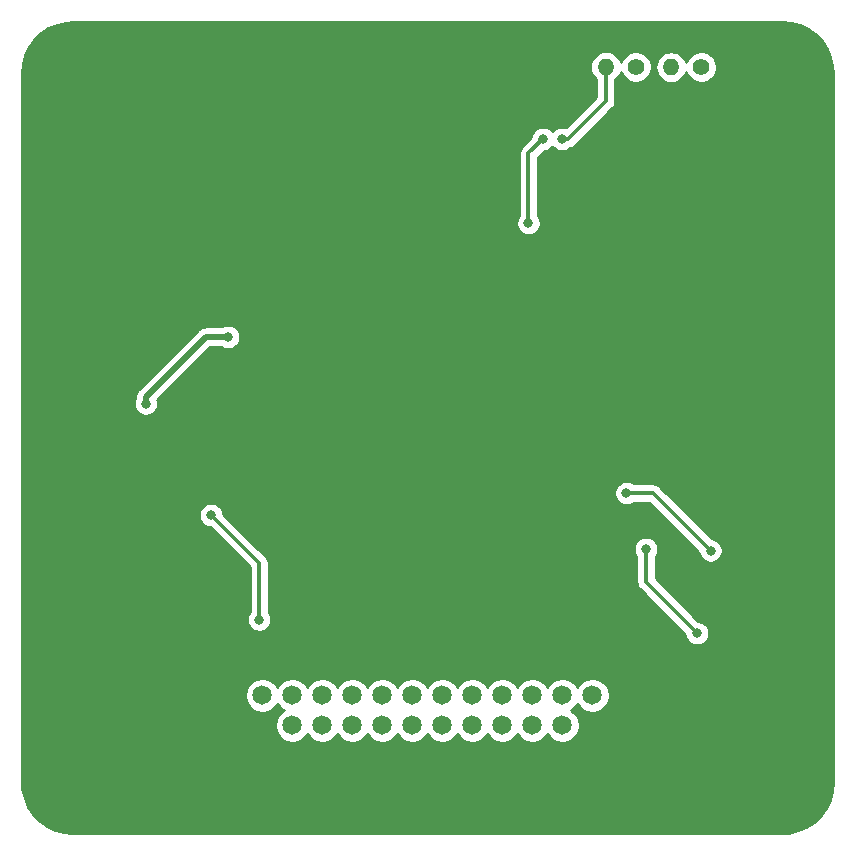
<source format=gbr>
%TF.GenerationSoftware,KiCad,Pcbnew,(5.1.4)-1*%
%TF.CreationDate,2021-10-06T22:06:40+03:00*%
%TF.ProjectId,IRBE_elektro_bar,49524245-5f65-46c6-956b-74726f5f6261,rev?*%
%TF.SameCoordinates,Original*%
%TF.FileFunction,Copper,L2,Bot*%
%TF.FilePolarity,Positive*%
%FSLAX46Y46*%
G04 Gerber Fmt 4.6, Leading zero omitted, Abs format (unit mm)*
G04 Created by KiCad (PCBNEW (5.1.4)-1) date 2021-10-06 22:06:40*
%MOMM*%
%LPD*%
G04 APERTURE LIST*
%TA.AperFunction,ComponentPad*%
%ADD10O,1.400000X1.400000*%
%TD*%
%TA.AperFunction,ComponentPad*%
%ADD11C,1.400000*%
%TD*%
%TA.AperFunction,ComponentPad*%
%ADD12C,1.640000*%
%TD*%
%TA.AperFunction,ViaPad*%
%ADD13C,0.800000*%
%TD*%
%TA.AperFunction,ViaPad*%
%ADD14C,1.800000*%
%TD*%
%TA.AperFunction,Conductor*%
%ADD15C,0.350000*%
%TD*%
%TA.AperFunction,Conductor*%
%ADD16C,0.500000*%
%TD*%
%TA.AperFunction,Conductor*%
%ADD17C,0.254000*%
%TD*%
G04 APERTURE END LIST*
D10*
%TO.P,BT2,2*%
%TO.N,Net-(BT2-Pad2)*%
X81008800Y-115939200D03*
D11*
%TO.P,BT2,1*%
%TO.N,Net-(BT1-Pad2)*%
X83548800Y-115939200D03*
%TD*%
D10*
%TO.P,BT1,2*%
%TO.N,Net-(BT1-Pad2)*%
X86546000Y-115964600D03*
D11*
%TO.P,BT1,1*%
%TO.N,Net-(BT1-Pad1)*%
X89086000Y-115964600D03*
%TD*%
D12*
%TO.P,Connector1,1*%
%TO.N,GND*%
X79870600Y-171704800D03*
%TO.P,Connector1,24*%
%TO.N,N/C*%
X79870600Y-169164800D03*
%TO.P,Connector1,2*%
%TO.N,4V*%
X77330600Y-171704800D03*
%TO.P,Connector1,23*%
%TO.N,N/C*%
X77330600Y-169164800D03*
%TO.P,Connector1,3*%
%TO.N,3.3V*%
X74790600Y-171704800D03*
%TO.P,Connector1,22*%
%TO.N,N/C*%
X74790600Y-169164800D03*
%TO.P,Connector1,4*%
X72250600Y-171704800D03*
%TO.P,Connector1,21*%
X72250600Y-169164800D03*
%TO.P,Connector1,5*%
X69710600Y-171704800D03*
%TO.P,Connector1,20*%
X69710600Y-169164800D03*
%TO.P,Connector1,6*%
X67170600Y-171704800D03*
%TO.P,Connector1,19*%
X67170600Y-169164800D03*
%TO.P,Connector1,7*%
X64630600Y-171704800D03*
%TO.P,Connector1,18*%
X64630600Y-169164800D03*
%TO.P,Connector1,8*%
X62090600Y-171704800D03*
%TO.P,Connector1,17*%
X62090600Y-169164800D03*
%TO.P,Connector1,9*%
X59550600Y-171704800D03*
%TO.P,Connector1,16*%
X59550600Y-169164800D03*
%TO.P,Connector1,10*%
X57010600Y-171704800D03*
%TO.P,Connector1,15*%
X57010600Y-169164800D03*
%TO.P,Connector1,11*%
X54470600Y-171704800D03*
%TO.P,Connector1,14*%
X54470600Y-169164800D03*
%TO.P,Connector1,12*%
%TO.N,GND*%
X51930600Y-171704800D03*
%TO.P,Connector1,13*%
%TO.N,N/C*%
X51930600Y-169164800D03*
%TD*%
D13*
%TO.N,Net-(BT2-Pad2)*%
X77275000Y-122035200D03*
D14*
%TO.N,GND*%
X83750000Y-172925000D03*
X85900000Y-172900000D03*
X88150000Y-172875000D03*
X90500000Y-172875000D03*
X92875000Y-172850000D03*
X95025000Y-172825000D03*
X96925000Y-172025000D03*
X85900000Y-177275000D03*
X88025000Y-177225000D03*
X90475000Y-177200000D03*
X92900000Y-177175000D03*
X95050000Y-177100000D03*
X97125000Y-177150000D03*
X85925000Y-179725000D03*
X88075000Y-179750000D03*
X90475000Y-179650000D03*
X92850000Y-179525000D03*
X94975000Y-179500000D03*
X97350000Y-179550000D03*
X32775000Y-164500000D03*
X42775000Y-168550000D03*
X44950000Y-168575000D03*
X47125000Y-168575000D03*
X49050000Y-168500000D03*
X49125000Y-170900000D03*
X47050000Y-171000000D03*
X44950000Y-170975000D03*
X42850000Y-170750000D03*
X46050000Y-172825000D03*
X48200000Y-172775000D03*
X34550000Y-113675000D03*
X37090000Y-113675000D03*
X39630000Y-113675000D03*
X42170000Y-113675000D03*
X44710000Y-113675000D03*
X47250000Y-113675000D03*
X49790000Y-113675000D03*
X52330000Y-113675000D03*
X34550000Y-116215000D03*
X37090000Y-116215000D03*
X39630000Y-116215000D03*
X42170000Y-116215000D03*
X44710000Y-116215000D03*
X47250000Y-116215000D03*
X49790000Y-116215000D03*
X52330000Y-116215000D03*
X34550000Y-118755000D03*
X37090000Y-118755000D03*
X39630000Y-118755000D03*
X42170000Y-118755000D03*
X44710000Y-118755000D03*
X47250000Y-118755000D03*
X49790000Y-118755000D03*
X52330000Y-118755000D03*
X34550000Y-121295000D03*
X37090000Y-121295000D03*
X39630000Y-121295000D03*
X42170000Y-121295000D03*
X44710000Y-121295000D03*
X47250000Y-121295000D03*
X49790000Y-121295000D03*
X52330000Y-121295000D03*
X34550000Y-123835000D03*
X37090000Y-123835000D03*
X39630000Y-123835000D03*
X42170000Y-123835000D03*
X44710000Y-123835000D03*
X47250000Y-123835000D03*
X49790000Y-123835000D03*
X52330000Y-123835000D03*
X34550000Y-126375000D03*
X37090000Y-126375000D03*
X39630000Y-126375000D03*
X42170000Y-126375000D03*
X44710000Y-126375000D03*
X47250000Y-126375000D03*
X49790000Y-126375000D03*
X52330000Y-126375000D03*
X34550000Y-128915000D03*
X37090000Y-128915000D03*
X39630000Y-128915000D03*
X42170000Y-128915000D03*
X44710000Y-128915000D03*
X47250000Y-128915000D03*
X49790000Y-128915000D03*
X52330000Y-128915000D03*
X34550000Y-131455000D03*
X37090000Y-131455000D03*
X39630000Y-131455000D03*
X42170000Y-131455000D03*
X44710000Y-131455000D03*
X47250000Y-131455000D03*
X49790000Y-131455000D03*
X52330000Y-131455000D03*
X95225000Y-114500000D03*
X97765000Y-114500000D03*
X95225000Y-117040000D03*
X97765000Y-117040000D03*
X95225000Y-119580000D03*
X97765000Y-119580000D03*
X95225000Y-122120000D03*
X97765000Y-122120000D03*
X95225000Y-124660000D03*
X97765000Y-124660000D03*
X95225000Y-127200000D03*
X97765000Y-127200000D03*
X95225000Y-129740000D03*
X97765000Y-129740000D03*
X95225000Y-132280000D03*
X97765000Y-132280000D03*
X95225000Y-134820000D03*
X97765000Y-134820000D03*
X95225000Y-137360000D03*
X97765000Y-137360000D03*
X63475000Y-115450000D03*
X65950000Y-115400000D03*
X68350000Y-115425000D03*
X70700000Y-115400000D03*
X72900000Y-115400000D03*
X75225000Y-115450000D03*
X77825000Y-115500000D03*
X77200000Y-118250000D03*
X75100000Y-118350000D03*
X72725000Y-118375000D03*
X70575000Y-118225000D03*
X68200000Y-118025000D03*
X65850000Y-117975000D03*
X63650000Y-117975000D03*
X61525000Y-116775000D03*
X59850000Y-118400000D03*
X56275000Y-140675000D03*
X58815000Y-140675000D03*
X61355000Y-140675000D03*
X63895000Y-140675000D03*
X66435000Y-140675000D03*
X56275000Y-143215000D03*
X58815000Y-143215000D03*
X61355000Y-143215000D03*
X63895000Y-143215000D03*
X66435000Y-143215000D03*
X56275000Y-145755000D03*
X58815000Y-145755000D03*
X61355000Y-145755000D03*
X63895000Y-145755000D03*
X66435000Y-145755000D03*
X56275000Y-148295000D03*
X58815000Y-148295000D03*
X61355000Y-148295000D03*
X63895000Y-148295000D03*
X66435000Y-148295000D03*
X79600000Y-145375000D03*
X82140000Y-145375000D03*
X84680000Y-145375000D03*
X79600000Y-147915000D03*
X82140000Y-147915000D03*
X84680000Y-147915000D03*
X35325000Y-177025000D03*
X37865000Y-177025000D03*
X40405000Y-177025000D03*
X42945000Y-177025000D03*
X45485000Y-177025000D03*
X48025000Y-177025000D03*
X50565000Y-177025000D03*
X53105000Y-177025000D03*
X55645000Y-177025000D03*
X58185000Y-177025000D03*
X60725000Y-177025000D03*
X63265000Y-177025000D03*
X65805000Y-177025000D03*
X68345000Y-177025000D03*
X70885000Y-177025000D03*
X73425000Y-177025000D03*
X75965000Y-177025000D03*
X78505000Y-177025000D03*
X81045000Y-177025000D03*
X83585000Y-177025000D03*
X35325000Y-179565000D03*
X37865000Y-179565000D03*
X40405000Y-179565000D03*
X42945000Y-179565000D03*
X45485000Y-179565000D03*
X48025000Y-179565000D03*
X50565000Y-179565000D03*
X53105000Y-179565000D03*
X55645000Y-179565000D03*
X58185000Y-179565000D03*
X60725000Y-179565000D03*
X63265000Y-179565000D03*
X65805000Y-179565000D03*
X68345000Y-179565000D03*
X70885000Y-179565000D03*
X73425000Y-179565000D03*
X75965000Y-179565000D03*
X78505000Y-179565000D03*
X81045000Y-179565000D03*
X83585000Y-179565000D03*
X35275000Y-164500000D03*
X37775000Y-164500000D03*
X32775000Y-167040000D03*
X35275000Y-167040000D03*
X37775000Y-167040000D03*
X32775000Y-169580000D03*
X35275000Y-169580000D03*
X37775000Y-169580000D03*
X32775000Y-172120000D03*
X35275000Y-172120000D03*
X37775000Y-172120000D03*
X32775000Y-174660000D03*
X35275000Y-174660000D03*
X37775000Y-174660000D03*
X33000000Y-176875000D03*
X34475000Y-133825000D03*
X34500000Y-136175000D03*
X36925000Y-136125000D03*
X36925000Y-133875000D03*
X39650000Y-134075000D03*
X39700000Y-136125000D03*
X42150000Y-134400000D03*
X42150000Y-136450000D03*
X44750000Y-134500000D03*
X44700000Y-136750000D03*
X47175000Y-133725000D03*
X72725000Y-120925000D03*
X95200000Y-140450000D03*
X97850000Y-140400000D03*
X83850000Y-170575000D03*
X83925000Y-168075000D03*
X83925000Y-165750000D03*
X83900000Y-163575000D03*
X86025000Y-163775000D03*
X86200000Y-166150000D03*
X86350000Y-168400000D03*
X86250000Y-170625000D03*
X81375000Y-163600000D03*
X79275000Y-163725000D03*
X77325000Y-163750000D03*
X75250000Y-164075000D03*
X75525000Y-166150000D03*
X77675000Y-166325000D03*
X79875000Y-166300000D03*
X81850000Y-165525000D03*
X81875000Y-167525000D03*
D13*
%TO.N,VSS*%
X42050000Y-144450000D03*
X49027800Y-138808400D03*
%TO.N,Net-(Q4-Pad1)*%
X47580000Y-153896000D03*
X51644000Y-162750000D03*
%TO.N,Net-(Q6-Pad1)*%
X89875000Y-156900000D03*
X82750000Y-152025000D03*
%TO.N,Net-(C4-Pad2)*%
X75700200Y-122035200D03*
X74455600Y-129172600D03*
%TO.N,Net-(Rpgood1-Pad2)*%
X88725000Y-163900000D03*
X84400000Y-156750000D03*
%TD*%
D15*
%TO.N,Net-(BT2-Pad2)*%
X81008800Y-116929149D02*
X81008800Y-115939200D01*
X81008800Y-118867085D02*
X81008800Y-116929149D01*
X77840685Y-122035200D02*
X81008800Y-118867085D01*
X77275000Y-122035200D02*
X77840685Y-122035200D01*
D16*
%TO.N,VSS*%
X48462115Y-138808400D02*
X49027800Y-138808400D01*
X47125915Y-138808400D02*
X48462115Y-138808400D01*
X42050000Y-143884315D02*
X47125915Y-138808400D01*
X42050000Y-144450000D02*
X42050000Y-143884315D01*
D15*
%TO.N,Net-(Q4-Pad1)*%
X51644000Y-157960000D02*
X47580000Y-153896000D01*
X51644000Y-162750000D02*
X51644000Y-157960000D01*
%TO.N,Net-(Q6-Pad1)*%
X85050000Y-152075000D02*
X89875000Y-156900000D01*
X85000000Y-152025000D02*
X85050000Y-152075000D01*
X82750000Y-152025000D02*
X85000000Y-152025000D01*
%TO.N,Net-(C4-Pad2)*%
X74455600Y-123279800D02*
X75700200Y-122035200D01*
X74455600Y-129172600D02*
X74455600Y-123279800D01*
%TO.N,Net-(Rpgood1-Pad2)*%
X84400000Y-159575000D02*
X88725000Y-163900000D01*
X84400000Y-156750000D02*
X84400000Y-159575000D01*
%TD*%
D17*
%TO.N,GND*%
G36*
X96668683Y-112213973D02*
G01*
X97412491Y-112417456D01*
X98108505Y-112749438D01*
X98734730Y-113199426D01*
X99271377Y-113753203D01*
X99701471Y-114393251D01*
X100011429Y-115099353D01*
X100192665Y-115854257D01*
X100240600Y-116507007D01*
X100240601Y-176453397D01*
X100169427Y-177250883D01*
X99965944Y-177994690D01*
X99633963Y-178690704D01*
X99183974Y-179316930D01*
X98630197Y-179853577D01*
X97990149Y-180283671D01*
X97284047Y-180593629D01*
X96529143Y-180774865D01*
X95876393Y-180822800D01*
X44427838Y-180822800D01*
X35756997Y-180807361D01*
X35132517Y-180751627D01*
X34388710Y-180548144D01*
X33692696Y-180216163D01*
X33066470Y-179766174D01*
X32529823Y-179212397D01*
X32099729Y-178572349D01*
X31789771Y-177866247D01*
X31608535Y-177111343D01*
X31560600Y-176458593D01*
X31560600Y-169021495D01*
X50475600Y-169021495D01*
X50475600Y-169308105D01*
X50531515Y-169589208D01*
X50641196Y-169854001D01*
X50800428Y-170092308D01*
X51003092Y-170294972D01*
X51241399Y-170454204D01*
X51506192Y-170563885D01*
X51787295Y-170619800D01*
X52073905Y-170619800D01*
X52355008Y-170563885D01*
X52619801Y-170454204D01*
X52858108Y-170294972D01*
X53060772Y-170092308D01*
X53200600Y-169883041D01*
X53340428Y-170092308D01*
X53543092Y-170294972D01*
X53752359Y-170434800D01*
X53543092Y-170574628D01*
X53340428Y-170777292D01*
X53181196Y-171015599D01*
X53071515Y-171280392D01*
X53015600Y-171561495D01*
X53015600Y-171848105D01*
X53071515Y-172129208D01*
X53181196Y-172394001D01*
X53340428Y-172632308D01*
X53543092Y-172834972D01*
X53781399Y-172994204D01*
X54046192Y-173103885D01*
X54327295Y-173159800D01*
X54613905Y-173159800D01*
X54895008Y-173103885D01*
X55159801Y-172994204D01*
X55398108Y-172834972D01*
X55600772Y-172632308D01*
X55740600Y-172423041D01*
X55880428Y-172632308D01*
X56083092Y-172834972D01*
X56321399Y-172994204D01*
X56586192Y-173103885D01*
X56867295Y-173159800D01*
X57153905Y-173159800D01*
X57435008Y-173103885D01*
X57699801Y-172994204D01*
X57938108Y-172834972D01*
X58140772Y-172632308D01*
X58280600Y-172423041D01*
X58420428Y-172632308D01*
X58623092Y-172834972D01*
X58861399Y-172994204D01*
X59126192Y-173103885D01*
X59407295Y-173159800D01*
X59693905Y-173159800D01*
X59975008Y-173103885D01*
X60239801Y-172994204D01*
X60478108Y-172834972D01*
X60680772Y-172632308D01*
X60820600Y-172423041D01*
X60960428Y-172632308D01*
X61163092Y-172834972D01*
X61401399Y-172994204D01*
X61666192Y-173103885D01*
X61947295Y-173159800D01*
X62233905Y-173159800D01*
X62515008Y-173103885D01*
X62779801Y-172994204D01*
X63018108Y-172834972D01*
X63220772Y-172632308D01*
X63360600Y-172423041D01*
X63500428Y-172632308D01*
X63703092Y-172834972D01*
X63941399Y-172994204D01*
X64206192Y-173103885D01*
X64487295Y-173159800D01*
X64773905Y-173159800D01*
X65055008Y-173103885D01*
X65319801Y-172994204D01*
X65558108Y-172834972D01*
X65760772Y-172632308D01*
X65900600Y-172423041D01*
X66040428Y-172632308D01*
X66243092Y-172834972D01*
X66481399Y-172994204D01*
X66746192Y-173103885D01*
X67027295Y-173159800D01*
X67313905Y-173159800D01*
X67595008Y-173103885D01*
X67859801Y-172994204D01*
X68098108Y-172834972D01*
X68300772Y-172632308D01*
X68440600Y-172423041D01*
X68580428Y-172632308D01*
X68783092Y-172834972D01*
X69021399Y-172994204D01*
X69286192Y-173103885D01*
X69567295Y-173159800D01*
X69853905Y-173159800D01*
X70135008Y-173103885D01*
X70399801Y-172994204D01*
X70638108Y-172834972D01*
X70840772Y-172632308D01*
X70980600Y-172423041D01*
X71120428Y-172632308D01*
X71323092Y-172834972D01*
X71561399Y-172994204D01*
X71826192Y-173103885D01*
X72107295Y-173159800D01*
X72393905Y-173159800D01*
X72675008Y-173103885D01*
X72939801Y-172994204D01*
X73178108Y-172834972D01*
X73380772Y-172632308D01*
X73520600Y-172423041D01*
X73660428Y-172632308D01*
X73863092Y-172834972D01*
X74101399Y-172994204D01*
X74366192Y-173103885D01*
X74647295Y-173159800D01*
X74933905Y-173159800D01*
X75215008Y-173103885D01*
X75479801Y-172994204D01*
X75718108Y-172834972D01*
X75920772Y-172632308D01*
X76060600Y-172423041D01*
X76200428Y-172632308D01*
X76403092Y-172834972D01*
X76641399Y-172994204D01*
X76906192Y-173103885D01*
X77187295Y-173159800D01*
X77473905Y-173159800D01*
X77755008Y-173103885D01*
X78019801Y-172994204D01*
X78258108Y-172834972D01*
X78460772Y-172632308D01*
X78620004Y-172394001D01*
X78729685Y-172129208D01*
X78785600Y-171848105D01*
X78785600Y-171561495D01*
X78729685Y-171280392D01*
X78620004Y-171015599D01*
X78460772Y-170777292D01*
X78258108Y-170574628D01*
X78048841Y-170434800D01*
X78258108Y-170294972D01*
X78460772Y-170092308D01*
X78600600Y-169883041D01*
X78740428Y-170092308D01*
X78943092Y-170294972D01*
X79181399Y-170454204D01*
X79446192Y-170563885D01*
X79727295Y-170619800D01*
X80013905Y-170619800D01*
X80295008Y-170563885D01*
X80559801Y-170454204D01*
X80798108Y-170294972D01*
X81000772Y-170092308D01*
X81160004Y-169854001D01*
X81269685Y-169589208D01*
X81325600Y-169308105D01*
X81325600Y-169021495D01*
X81269685Y-168740392D01*
X81160004Y-168475599D01*
X81000772Y-168237292D01*
X80798108Y-168034628D01*
X80559801Y-167875396D01*
X80295008Y-167765715D01*
X80013905Y-167709800D01*
X79727295Y-167709800D01*
X79446192Y-167765715D01*
X79181399Y-167875396D01*
X78943092Y-168034628D01*
X78740428Y-168237292D01*
X78600600Y-168446559D01*
X78460772Y-168237292D01*
X78258108Y-168034628D01*
X78019801Y-167875396D01*
X77755008Y-167765715D01*
X77473905Y-167709800D01*
X77187295Y-167709800D01*
X76906192Y-167765715D01*
X76641399Y-167875396D01*
X76403092Y-168034628D01*
X76200428Y-168237292D01*
X76060600Y-168446559D01*
X75920772Y-168237292D01*
X75718108Y-168034628D01*
X75479801Y-167875396D01*
X75215008Y-167765715D01*
X74933905Y-167709800D01*
X74647295Y-167709800D01*
X74366192Y-167765715D01*
X74101399Y-167875396D01*
X73863092Y-168034628D01*
X73660428Y-168237292D01*
X73520600Y-168446559D01*
X73380772Y-168237292D01*
X73178108Y-168034628D01*
X72939801Y-167875396D01*
X72675008Y-167765715D01*
X72393905Y-167709800D01*
X72107295Y-167709800D01*
X71826192Y-167765715D01*
X71561399Y-167875396D01*
X71323092Y-168034628D01*
X71120428Y-168237292D01*
X70980600Y-168446559D01*
X70840772Y-168237292D01*
X70638108Y-168034628D01*
X70399801Y-167875396D01*
X70135008Y-167765715D01*
X69853905Y-167709800D01*
X69567295Y-167709800D01*
X69286192Y-167765715D01*
X69021399Y-167875396D01*
X68783092Y-168034628D01*
X68580428Y-168237292D01*
X68440600Y-168446559D01*
X68300772Y-168237292D01*
X68098108Y-168034628D01*
X67859801Y-167875396D01*
X67595008Y-167765715D01*
X67313905Y-167709800D01*
X67027295Y-167709800D01*
X66746192Y-167765715D01*
X66481399Y-167875396D01*
X66243092Y-168034628D01*
X66040428Y-168237292D01*
X65900600Y-168446559D01*
X65760772Y-168237292D01*
X65558108Y-168034628D01*
X65319801Y-167875396D01*
X65055008Y-167765715D01*
X64773905Y-167709800D01*
X64487295Y-167709800D01*
X64206192Y-167765715D01*
X63941399Y-167875396D01*
X63703092Y-168034628D01*
X63500428Y-168237292D01*
X63360600Y-168446559D01*
X63220772Y-168237292D01*
X63018108Y-168034628D01*
X62779801Y-167875396D01*
X62515008Y-167765715D01*
X62233905Y-167709800D01*
X61947295Y-167709800D01*
X61666192Y-167765715D01*
X61401399Y-167875396D01*
X61163092Y-168034628D01*
X60960428Y-168237292D01*
X60820600Y-168446559D01*
X60680772Y-168237292D01*
X60478108Y-168034628D01*
X60239801Y-167875396D01*
X59975008Y-167765715D01*
X59693905Y-167709800D01*
X59407295Y-167709800D01*
X59126192Y-167765715D01*
X58861399Y-167875396D01*
X58623092Y-168034628D01*
X58420428Y-168237292D01*
X58280600Y-168446559D01*
X58140772Y-168237292D01*
X57938108Y-168034628D01*
X57699801Y-167875396D01*
X57435008Y-167765715D01*
X57153905Y-167709800D01*
X56867295Y-167709800D01*
X56586192Y-167765715D01*
X56321399Y-167875396D01*
X56083092Y-168034628D01*
X55880428Y-168237292D01*
X55740600Y-168446559D01*
X55600772Y-168237292D01*
X55398108Y-168034628D01*
X55159801Y-167875396D01*
X54895008Y-167765715D01*
X54613905Y-167709800D01*
X54327295Y-167709800D01*
X54046192Y-167765715D01*
X53781399Y-167875396D01*
X53543092Y-168034628D01*
X53340428Y-168237292D01*
X53200600Y-168446559D01*
X53060772Y-168237292D01*
X52858108Y-168034628D01*
X52619801Y-167875396D01*
X52355008Y-167765715D01*
X52073905Y-167709800D01*
X51787295Y-167709800D01*
X51506192Y-167765715D01*
X51241399Y-167875396D01*
X51003092Y-168034628D01*
X50800428Y-168237292D01*
X50641196Y-168475599D01*
X50531515Y-168740392D01*
X50475600Y-169021495D01*
X31560600Y-169021495D01*
X31560600Y-153794061D01*
X46545000Y-153794061D01*
X46545000Y-153997939D01*
X46584774Y-154197898D01*
X46662795Y-154386256D01*
X46776063Y-154555774D01*
X46920226Y-154699937D01*
X47089744Y-154813205D01*
X47278102Y-154891226D01*
X47467359Y-154928871D01*
X50834001Y-158295514D01*
X50834000Y-162099300D01*
X50726795Y-162259744D01*
X50648774Y-162448102D01*
X50609000Y-162648061D01*
X50609000Y-162851939D01*
X50648774Y-163051898D01*
X50726795Y-163240256D01*
X50840063Y-163409774D01*
X50984226Y-163553937D01*
X51153744Y-163667205D01*
X51342102Y-163745226D01*
X51542061Y-163785000D01*
X51745939Y-163785000D01*
X51945898Y-163745226D01*
X52134256Y-163667205D01*
X52303774Y-163553937D01*
X52447937Y-163409774D01*
X52561205Y-163240256D01*
X52639226Y-163051898D01*
X52679000Y-162851939D01*
X52679000Y-162648061D01*
X52639226Y-162448102D01*
X52561205Y-162259744D01*
X52454000Y-162099300D01*
X52454000Y-157999788D01*
X52457919Y-157960000D01*
X52451539Y-157895226D01*
X52442280Y-157801212D01*
X52395963Y-157648527D01*
X52360951Y-157583024D01*
X52320749Y-157507810D01*
X52244893Y-157415380D01*
X52219528Y-157384472D01*
X52188618Y-157359105D01*
X51477574Y-156648061D01*
X83365000Y-156648061D01*
X83365000Y-156851939D01*
X83404774Y-157051898D01*
X83482795Y-157240256D01*
X83590000Y-157400700D01*
X83590001Y-159535202D01*
X83586081Y-159575000D01*
X83601721Y-159733787D01*
X83648038Y-159886473D01*
X83723251Y-160027189D01*
X83778852Y-160094939D01*
X83824473Y-160150528D01*
X83855383Y-160175895D01*
X87692129Y-164012642D01*
X87729774Y-164201898D01*
X87807795Y-164390256D01*
X87921063Y-164559774D01*
X88065226Y-164703937D01*
X88234744Y-164817205D01*
X88423102Y-164895226D01*
X88623061Y-164935000D01*
X88826939Y-164935000D01*
X89026898Y-164895226D01*
X89215256Y-164817205D01*
X89384774Y-164703937D01*
X89528937Y-164559774D01*
X89642205Y-164390256D01*
X89720226Y-164201898D01*
X89760000Y-164001939D01*
X89760000Y-163798061D01*
X89720226Y-163598102D01*
X89642205Y-163409744D01*
X89528937Y-163240226D01*
X89384774Y-163096063D01*
X89215256Y-162982795D01*
X89026898Y-162904774D01*
X88837642Y-162867129D01*
X85210000Y-159239488D01*
X85210000Y-157400700D01*
X85317205Y-157240256D01*
X85395226Y-157051898D01*
X85435000Y-156851939D01*
X85435000Y-156648061D01*
X85395226Y-156448102D01*
X85317205Y-156259744D01*
X85203937Y-156090226D01*
X85059774Y-155946063D01*
X84890256Y-155832795D01*
X84701898Y-155754774D01*
X84501939Y-155715000D01*
X84298061Y-155715000D01*
X84098102Y-155754774D01*
X83909744Y-155832795D01*
X83740226Y-155946063D01*
X83596063Y-156090226D01*
X83482795Y-156259744D01*
X83404774Y-156448102D01*
X83365000Y-156648061D01*
X51477574Y-156648061D01*
X48612871Y-153783359D01*
X48575226Y-153594102D01*
X48497205Y-153405744D01*
X48383937Y-153236226D01*
X48239774Y-153092063D01*
X48070256Y-152978795D01*
X47881898Y-152900774D01*
X47681939Y-152861000D01*
X47478061Y-152861000D01*
X47278102Y-152900774D01*
X47089744Y-152978795D01*
X46920226Y-153092063D01*
X46776063Y-153236226D01*
X46662795Y-153405744D01*
X46584774Y-153594102D01*
X46545000Y-153794061D01*
X31560600Y-153794061D01*
X31560600Y-151923061D01*
X81715000Y-151923061D01*
X81715000Y-152126939D01*
X81754774Y-152326898D01*
X81832795Y-152515256D01*
X81946063Y-152684774D01*
X82090226Y-152828937D01*
X82259744Y-152942205D01*
X82448102Y-153020226D01*
X82648061Y-153060000D01*
X82851939Y-153060000D01*
X83051898Y-153020226D01*
X83240256Y-152942205D01*
X83400700Y-152835000D01*
X84664488Y-152835000D01*
X88842129Y-157012642D01*
X88879774Y-157201898D01*
X88957795Y-157390256D01*
X89071063Y-157559774D01*
X89215226Y-157703937D01*
X89384744Y-157817205D01*
X89573102Y-157895226D01*
X89773061Y-157935000D01*
X89976939Y-157935000D01*
X90176898Y-157895226D01*
X90365256Y-157817205D01*
X90534774Y-157703937D01*
X90678937Y-157559774D01*
X90792205Y-157390256D01*
X90870226Y-157201898D01*
X90910000Y-157001939D01*
X90910000Y-156798061D01*
X90870226Y-156598102D01*
X90792205Y-156409744D01*
X90678937Y-156240226D01*
X90534774Y-156096063D01*
X90365256Y-155982795D01*
X90176898Y-155904774D01*
X89987642Y-155867129D01*
X85600900Y-151480388D01*
X85575528Y-151449472D01*
X85452189Y-151348251D01*
X85311473Y-151273037D01*
X85158788Y-151226720D01*
X85039791Y-151215000D01*
X85039788Y-151215000D01*
X85000000Y-151211081D01*
X84960212Y-151215000D01*
X83400700Y-151215000D01*
X83240256Y-151107795D01*
X83051898Y-151029774D01*
X82851939Y-150990000D01*
X82648061Y-150990000D01*
X82448102Y-151029774D01*
X82259744Y-151107795D01*
X82090226Y-151221063D01*
X81946063Y-151365226D01*
X81832795Y-151534744D01*
X81754774Y-151723102D01*
X81715000Y-151923061D01*
X31560600Y-151923061D01*
X31560600Y-144348061D01*
X41015000Y-144348061D01*
X41015000Y-144551939D01*
X41054774Y-144751898D01*
X41132795Y-144940256D01*
X41246063Y-145109774D01*
X41390226Y-145253937D01*
X41559744Y-145367205D01*
X41748102Y-145445226D01*
X41948061Y-145485000D01*
X42151939Y-145485000D01*
X42351898Y-145445226D01*
X42540256Y-145367205D01*
X42709774Y-145253937D01*
X42853937Y-145109774D01*
X42967205Y-144940256D01*
X43045226Y-144751898D01*
X43085000Y-144551939D01*
X43085000Y-144348061D01*
X43045226Y-144148102D01*
X43043048Y-144142845D01*
X47492494Y-139693400D01*
X48489346Y-139693400D01*
X48537544Y-139725605D01*
X48725902Y-139803626D01*
X48925861Y-139843400D01*
X49129739Y-139843400D01*
X49329698Y-139803626D01*
X49518056Y-139725605D01*
X49687574Y-139612337D01*
X49831737Y-139468174D01*
X49945005Y-139298656D01*
X50023026Y-139110298D01*
X50062800Y-138910339D01*
X50062800Y-138706461D01*
X50023026Y-138506502D01*
X49945005Y-138318144D01*
X49831737Y-138148626D01*
X49687574Y-138004463D01*
X49518056Y-137891195D01*
X49329698Y-137813174D01*
X49129739Y-137773400D01*
X48925861Y-137773400D01*
X48725902Y-137813174D01*
X48537544Y-137891195D01*
X48489346Y-137923400D01*
X47169384Y-137923400D01*
X47125915Y-137919119D01*
X47082446Y-137923400D01*
X47082438Y-137923400D01*
X46952425Y-137936205D01*
X46785602Y-137986811D01*
X46631856Y-138068989D01*
X46530868Y-138151868D01*
X46530866Y-138151870D01*
X46497098Y-138179583D01*
X46469385Y-138213351D01*
X41454952Y-143227785D01*
X41421184Y-143255498D01*
X41393471Y-143289266D01*
X41393468Y-143289269D01*
X41310590Y-143390256D01*
X41228411Y-143544002D01*
X41177805Y-143710825D01*
X41165000Y-143840838D01*
X41165000Y-143840846D01*
X41160719Y-143884315D01*
X41163606Y-143913632D01*
X41132795Y-143959744D01*
X41054774Y-144148102D01*
X41015000Y-144348061D01*
X31560600Y-144348061D01*
X31560600Y-129070661D01*
X73420600Y-129070661D01*
X73420600Y-129274539D01*
X73460374Y-129474498D01*
X73538395Y-129662856D01*
X73651663Y-129832374D01*
X73795826Y-129976537D01*
X73965344Y-130089805D01*
X74153702Y-130167826D01*
X74353661Y-130207600D01*
X74557539Y-130207600D01*
X74757498Y-130167826D01*
X74945856Y-130089805D01*
X75115374Y-129976537D01*
X75259537Y-129832374D01*
X75372805Y-129662856D01*
X75450826Y-129474498D01*
X75490600Y-129274539D01*
X75490600Y-129070661D01*
X75450826Y-128870702D01*
X75372805Y-128682344D01*
X75265600Y-128521900D01*
X75265600Y-123615312D01*
X75812841Y-123068071D01*
X76002098Y-123030426D01*
X76190456Y-122952405D01*
X76359974Y-122839137D01*
X76487600Y-122711511D01*
X76615226Y-122839137D01*
X76784744Y-122952405D01*
X76973102Y-123030426D01*
X77173061Y-123070200D01*
X77376939Y-123070200D01*
X77576898Y-123030426D01*
X77765256Y-122952405D01*
X77933519Y-122839976D01*
X77999473Y-122833480D01*
X78152158Y-122787163D01*
X78292874Y-122711949D01*
X78416213Y-122610728D01*
X78441585Y-122579812D01*
X81553419Y-119467979D01*
X81584328Y-119442613D01*
X81639919Y-119374875D01*
X81685549Y-119319275D01*
X81760762Y-119178559D01*
X81760763Y-119178558D01*
X81807080Y-119025873D01*
X81818800Y-118906876D01*
X81818800Y-118906874D01*
X81822719Y-118867086D01*
X81818800Y-118827298D01*
X81818800Y-117001464D01*
X81957355Y-116887755D01*
X82124182Y-116684475D01*
X82248147Y-116452554D01*
X82277020Y-116357372D01*
X82365739Y-116571559D01*
X82511838Y-116790213D01*
X82697787Y-116976162D01*
X82916441Y-117122261D01*
X83159395Y-117222896D01*
X83417314Y-117274200D01*
X83680286Y-117274200D01*
X83938205Y-117222896D01*
X84181159Y-117122261D01*
X84399813Y-116976162D01*
X84585762Y-116790213D01*
X84731861Y-116571559D01*
X84832496Y-116328605D01*
X84883800Y-116070686D01*
X84883800Y-115964600D01*
X85204541Y-115964600D01*
X85230317Y-116226306D01*
X85306653Y-116477954D01*
X85430618Y-116709875D01*
X85597445Y-116913155D01*
X85800725Y-117079982D01*
X86032646Y-117203947D01*
X86284294Y-117280283D01*
X86480421Y-117299600D01*
X86611579Y-117299600D01*
X86807706Y-117280283D01*
X87059354Y-117203947D01*
X87291275Y-117079982D01*
X87494555Y-116913155D01*
X87661382Y-116709875D01*
X87785347Y-116477954D01*
X87814220Y-116382772D01*
X87902939Y-116596959D01*
X88049038Y-116815613D01*
X88234987Y-117001562D01*
X88453641Y-117147661D01*
X88696595Y-117248296D01*
X88954514Y-117299600D01*
X89217486Y-117299600D01*
X89475405Y-117248296D01*
X89718359Y-117147661D01*
X89937013Y-117001562D01*
X90122962Y-116815613D01*
X90269061Y-116596959D01*
X90369696Y-116354005D01*
X90421000Y-116096086D01*
X90421000Y-115833114D01*
X90369696Y-115575195D01*
X90269061Y-115332241D01*
X90122962Y-115113587D01*
X89937013Y-114927638D01*
X89718359Y-114781539D01*
X89475405Y-114680904D01*
X89217486Y-114629600D01*
X88954514Y-114629600D01*
X88696595Y-114680904D01*
X88453641Y-114781539D01*
X88234987Y-114927638D01*
X88049038Y-115113587D01*
X87902939Y-115332241D01*
X87814220Y-115546428D01*
X87785347Y-115451246D01*
X87661382Y-115219325D01*
X87494555Y-115016045D01*
X87291275Y-114849218D01*
X87059354Y-114725253D01*
X86807706Y-114648917D01*
X86611579Y-114629600D01*
X86480421Y-114629600D01*
X86284294Y-114648917D01*
X86032646Y-114725253D01*
X85800725Y-114849218D01*
X85597445Y-115016045D01*
X85430618Y-115219325D01*
X85306653Y-115451246D01*
X85230317Y-115702894D01*
X85204541Y-115964600D01*
X84883800Y-115964600D01*
X84883800Y-115807714D01*
X84832496Y-115549795D01*
X84731861Y-115306841D01*
X84585762Y-115088187D01*
X84399813Y-114902238D01*
X84181159Y-114756139D01*
X83938205Y-114655504D01*
X83680286Y-114604200D01*
X83417314Y-114604200D01*
X83159395Y-114655504D01*
X82916441Y-114756139D01*
X82697787Y-114902238D01*
X82511838Y-115088187D01*
X82365739Y-115306841D01*
X82277020Y-115521028D01*
X82248147Y-115425846D01*
X82124182Y-115193925D01*
X81957355Y-114990645D01*
X81754075Y-114823818D01*
X81522154Y-114699853D01*
X81270506Y-114623517D01*
X81074379Y-114604200D01*
X80943221Y-114604200D01*
X80747094Y-114623517D01*
X80495446Y-114699853D01*
X80263525Y-114823818D01*
X80060245Y-114990645D01*
X79893418Y-115193925D01*
X79769453Y-115425846D01*
X79693117Y-115677494D01*
X79667341Y-115939200D01*
X79693117Y-116200906D01*
X79769453Y-116452554D01*
X79893418Y-116684475D01*
X80060245Y-116887755D01*
X80198801Y-117001465D01*
X80198800Y-118531572D01*
X77657155Y-121073218D01*
X77576898Y-121039974D01*
X77376939Y-121000200D01*
X77173061Y-121000200D01*
X76973102Y-121039974D01*
X76784744Y-121117995D01*
X76615226Y-121231263D01*
X76487600Y-121358889D01*
X76359974Y-121231263D01*
X76190456Y-121117995D01*
X76002098Y-121039974D01*
X75802139Y-121000200D01*
X75598261Y-121000200D01*
X75398302Y-121039974D01*
X75209944Y-121117995D01*
X75040426Y-121231263D01*
X74896263Y-121375426D01*
X74782995Y-121544944D01*
X74704974Y-121733302D01*
X74667329Y-121922559D01*
X73910983Y-122678905D01*
X73880073Y-122704272D01*
X73854708Y-122735180D01*
X73778851Y-122827611D01*
X73703638Y-122968327D01*
X73657321Y-123121013D01*
X73641681Y-123279800D01*
X73645601Y-123319598D01*
X73645600Y-128521900D01*
X73538395Y-128682344D01*
X73460374Y-128870702D01*
X73420600Y-129070661D01*
X31560600Y-129070661D01*
X31560600Y-116512192D01*
X31631773Y-115714717D01*
X31835256Y-114970909D01*
X32167238Y-114274895D01*
X32617226Y-113648670D01*
X33171003Y-113112023D01*
X33811051Y-112681929D01*
X34517153Y-112371971D01*
X35272057Y-112190735D01*
X35924807Y-112142800D01*
X95871208Y-112142800D01*
X96668683Y-112213973D01*
X96668683Y-112213973D01*
G37*
X96668683Y-112213973D02*
X97412491Y-112417456D01*
X98108505Y-112749438D01*
X98734730Y-113199426D01*
X99271377Y-113753203D01*
X99701471Y-114393251D01*
X100011429Y-115099353D01*
X100192665Y-115854257D01*
X100240600Y-116507007D01*
X100240601Y-176453397D01*
X100169427Y-177250883D01*
X99965944Y-177994690D01*
X99633963Y-178690704D01*
X99183974Y-179316930D01*
X98630197Y-179853577D01*
X97990149Y-180283671D01*
X97284047Y-180593629D01*
X96529143Y-180774865D01*
X95876393Y-180822800D01*
X44427838Y-180822800D01*
X35756997Y-180807361D01*
X35132517Y-180751627D01*
X34388710Y-180548144D01*
X33692696Y-180216163D01*
X33066470Y-179766174D01*
X32529823Y-179212397D01*
X32099729Y-178572349D01*
X31789771Y-177866247D01*
X31608535Y-177111343D01*
X31560600Y-176458593D01*
X31560600Y-169021495D01*
X50475600Y-169021495D01*
X50475600Y-169308105D01*
X50531515Y-169589208D01*
X50641196Y-169854001D01*
X50800428Y-170092308D01*
X51003092Y-170294972D01*
X51241399Y-170454204D01*
X51506192Y-170563885D01*
X51787295Y-170619800D01*
X52073905Y-170619800D01*
X52355008Y-170563885D01*
X52619801Y-170454204D01*
X52858108Y-170294972D01*
X53060772Y-170092308D01*
X53200600Y-169883041D01*
X53340428Y-170092308D01*
X53543092Y-170294972D01*
X53752359Y-170434800D01*
X53543092Y-170574628D01*
X53340428Y-170777292D01*
X53181196Y-171015599D01*
X53071515Y-171280392D01*
X53015600Y-171561495D01*
X53015600Y-171848105D01*
X53071515Y-172129208D01*
X53181196Y-172394001D01*
X53340428Y-172632308D01*
X53543092Y-172834972D01*
X53781399Y-172994204D01*
X54046192Y-173103885D01*
X54327295Y-173159800D01*
X54613905Y-173159800D01*
X54895008Y-173103885D01*
X55159801Y-172994204D01*
X55398108Y-172834972D01*
X55600772Y-172632308D01*
X55740600Y-172423041D01*
X55880428Y-172632308D01*
X56083092Y-172834972D01*
X56321399Y-172994204D01*
X56586192Y-173103885D01*
X56867295Y-173159800D01*
X57153905Y-173159800D01*
X57435008Y-173103885D01*
X57699801Y-172994204D01*
X57938108Y-172834972D01*
X58140772Y-172632308D01*
X58280600Y-172423041D01*
X58420428Y-172632308D01*
X58623092Y-172834972D01*
X58861399Y-172994204D01*
X59126192Y-173103885D01*
X59407295Y-173159800D01*
X59693905Y-173159800D01*
X59975008Y-173103885D01*
X60239801Y-172994204D01*
X60478108Y-172834972D01*
X60680772Y-172632308D01*
X60820600Y-172423041D01*
X60960428Y-172632308D01*
X61163092Y-172834972D01*
X61401399Y-172994204D01*
X61666192Y-173103885D01*
X61947295Y-173159800D01*
X62233905Y-173159800D01*
X62515008Y-173103885D01*
X62779801Y-172994204D01*
X63018108Y-172834972D01*
X63220772Y-172632308D01*
X63360600Y-172423041D01*
X63500428Y-172632308D01*
X63703092Y-172834972D01*
X63941399Y-172994204D01*
X64206192Y-173103885D01*
X64487295Y-173159800D01*
X64773905Y-173159800D01*
X65055008Y-173103885D01*
X65319801Y-172994204D01*
X65558108Y-172834972D01*
X65760772Y-172632308D01*
X65900600Y-172423041D01*
X66040428Y-172632308D01*
X66243092Y-172834972D01*
X66481399Y-172994204D01*
X66746192Y-173103885D01*
X67027295Y-173159800D01*
X67313905Y-173159800D01*
X67595008Y-173103885D01*
X67859801Y-172994204D01*
X68098108Y-172834972D01*
X68300772Y-172632308D01*
X68440600Y-172423041D01*
X68580428Y-172632308D01*
X68783092Y-172834972D01*
X69021399Y-172994204D01*
X69286192Y-173103885D01*
X69567295Y-173159800D01*
X69853905Y-173159800D01*
X70135008Y-173103885D01*
X70399801Y-172994204D01*
X70638108Y-172834972D01*
X70840772Y-172632308D01*
X70980600Y-172423041D01*
X71120428Y-172632308D01*
X71323092Y-172834972D01*
X71561399Y-172994204D01*
X71826192Y-173103885D01*
X72107295Y-173159800D01*
X72393905Y-173159800D01*
X72675008Y-173103885D01*
X72939801Y-172994204D01*
X73178108Y-172834972D01*
X73380772Y-172632308D01*
X73520600Y-172423041D01*
X73660428Y-172632308D01*
X73863092Y-172834972D01*
X74101399Y-172994204D01*
X74366192Y-173103885D01*
X74647295Y-173159800D01*
X74933905Y-173159800D01*
X75215008Y-173103885D01*
X75479801Y-172994204D01*
X75718108Y-172834972D01*
X75920772Y-172632308D01*
X76060600Y-172423041D01*
X76200428Y-172632308D01*
X76403092Y-172834972D01*
X76641399Y-172994204D01*
X76906192Y-173103885D01*
X77187295Y-173159800D01*
X77473905Y-173159800D01*
X77755008Y-173103885D01*
X78019801Y-172994204D01*
X78258108Y-172834972D01*
X78460772Y-172632308D01*
X78620004Y-172394001D01*
X78729685Y-172129208D01*
X78785600Y-171848105D01*
X78785600Y-171561495D01*
X78729685Y-171280392D01*
X78620004Y-171015599D01*
X78460772Y-170777292D01*
X78258108Y-170574628D01*
X78048841Y-170434800D01*
X78258108Y-170294972D01*
X78460772Y-170092308D01*
X78600600Y-169883041D01*
X78740428Y-170092308D01*
X78943092Y-170294972D01*
X79181399Y-170454204D01*
X79446192Y-170563885D01*
X79727295Y-170619800D01*
X80013905Y-170619800D01*
X80295008Y-170563885D01*
X80559801Y-170454204D01*
X80798108Y-170294972D01*
X81000772Y-170092308D01*
X81160004Y-169854001D01*
X81269685Y-169589208D01*
X81325600Y-169308105D01*
X81325600Y-169021495D01*
X81269685Y-168740392D01*
X81160004Y-168475599D01*
X81000772Y-168237292D01*
X80798108Y-168034628D01*
X80559801Y-167875396D01*
X80295008Y-167765715D01*
X80013905Y-167709800D01*
X79727295Y-167709800D01*
X79446192Y-167765715D01*
X79181399Y-167875396D01*
X78943092Y-168034628D01*
X78740428Y-168237292D01*
X78600600Y-168446559D01*
X78460772Y-168237292D01*
X78258108Y-168034628D01*
X78019801Y-167875396D01*
X77755008Y-167765715D01*
X77473905Y-167709800D01*
X77187295Y-167709800D01*
X76906192Y-167765715D01*
X76641399Y-167875396D01*
X76403092Y-168034628D01*
X76200428Y-168237292D01*
X76060600Y-168446559D01*
X75920772Y-168237292D01*
X75718108Y-168034628D01*
X75479801Y-167875396D01*
X75215008Y-167765715D01*
X74933905Y-167709800D01*
X74647295Y-167709800D01*
X74366192Y-167765715D01*
X74101399Y-167875396D01*
X73863092Y-168034628D01*
X73660428Y-168237292D01*
X73520600Y-168446559D01*
X73380772Y-168237292D01*
X73178108Y-168034628D01*
X72939801Y-167875396D01*
X72675008Y-167765715D01*
X72393905Y-167709800D01*
X72107295Y-167709800D01*
X71826192Y-167765715D01*
X71561399Y-167875396D01*
X71323092Y-168034628D01*
X71120428Y-168237292D01*
X70980600Y-168446559D01*
X70840772Y-168237292D01*
X70638108Y-168034628D01*
X70399801Y-167875396D01*
X70135008Y-167765715D01*
X69853905Y-167709800D01*
X69567295Y-167709800D01*
X69286192Y-167765715D01*
X69021399Y-167875396D01*
X68783092Y-168034628D01*
X68580428Y-168237292D01*
X68440600Y-168446559D01*
X68300772Y-168237292D01*
X68098108Y-168034628D01*
X67859801Y-167875396D01*
X67595008Y-167765715D01*
X67313905Y-167709800D01*
X67027295Y-167709800D01*
X66746192Y-167765715D01*
X66481399Y-167875396D01*
X66243092Y-168034628D01*
X66040428Y-168237292D01*
X65900600Y-168446559D01*
X65760772Y-168237292D01*
X65558108Y-168034628D01*
X65319801Y-167875396D01*
X65055008Y-167765715D01*
X64773905Y-167709800D01*
X64487295Y-167709800D01*
X64206192Y-167765715D01*
X63941399Y-167875396D01*
X63703092Y-168034628D01*
X63500428Y-168237292D01*
X63360600Y-168446559D01*
X63220772Y-168237292D01*
X63018108Y-168034628D01*
X62779801Y-167875396D01*
X62515008Y-167765715D01*
X62233905Y-167709800D01*
X61947295Y-167709800D01*
X61666192Y-167765715D01*
X61401399Y-167875396D01*
X61163092Y-168034628D01*
X60960428Y-168237292D01*
X60820600Y-168446559D01*
X60680772Y-168237292D01*
X60478108Y-168034628D01*
X60239801Y-167875396D01*
X59975008Y-167765715D01*
X59693905Y-167709800D01*
X59407295Y-167709800D01*
X59126192Y-167765715D01*
X58861399Y-167875396D01*
X58623092Y-168034628D01*
X58420428Y-168237292D01*
X58280600Y-168446559D01*
X58140772Y-168237292D01*
X57938108Y-168034628D01*
X57699801Y-167875396D01*
X57435008Y-167765715D01*
X57153905Y-167709800D01*
X56867295Y-167709800D01*
X56586192Y-167765715D01*
X56321399Y-167875396D01*
X56083092Y-168034628D01*
X55880428Y-168237292D01*
X55740600Y-168446559D01*
X55600772Y-168237292D01*
X55398108Y-168034628D01*
X55159801Y-167875396D01*
X54895008Y-167765715D01*
X54613905Y-167709800D01*
X54327295Y-167709800D01*
X54046192Y-167765715D01*
X53781399Y-167875396D01*
X53543092Y-168034628D01*
X53340428Y-168237292D01*
X53200600Y-168446559D01*
X53060772Y-168237292D01*
X52858108Y-168034628D01*
X52619801Y-167875396D01*
X52355008Y-167765715D01*
X52073905Y-167709800D01*
X51787295Y-167709800D01*
X51506192Y-167765715D01*
X51241399Y-167875396D01*
X51003092Y-168034628D01*
X50800428Y-168237292D01*
X50641196Y-168475599D01*
X50531515Y-168740392D01*
X50475600Y-169021495D01*
X31560600Y-169021495D01*
X31560600Y-153794061D01*
X46545000Y-153794061D01*
X46545000Y-153997939D01*
X46584774Y-154197898D01*
X46662795Y-154386256D01*
X46776063Y-154555774D01*
X46920226Y-154699937D01*
X47089744Y-154813205D01*
X47278102Y-154891226D01*
X47467359Y-154928871D01*
X50834001Y-158295514D01*
X50834000Y-162099300D01*
X50726795Y-162259744D01*
X50648774Y-162448102D01*
X50609000Y-162648061D01*
X50609000Y-162851939D01*
X50648774Y-163051898D01*
X50726795Y-163240256D01*
X50840063Y-163409774D01*
X50984226Y-163553937D01*
X51153744Y-163667205D01*
X51342102Y-163745226D01*
X51542061Y-163785000D01*
X51745939Y-163785000D01*
X51945898Y-163745226D01*
X52134256Y-163667205D01*
X52303774Y-163553937D01*
X52447937Y-163409774D01*
X52561205Y-163240256D01*
X52639226Y-163051898D01*
X52679000Y-162851939D01*
X52679000Y-162648061D01*
X52639226Y-162448102D01*
X52561205Y-162259744D01*
X52454000Y-162099300D01*
X52454000Y-157999788D01*
X52457919Y-157960000D01*
X52451539Y-157895226D01*
X52442280Y-157801212D01*
X52395963Y-157648527D01*
X52360951Y-157583024D01*
X52320749Y-157507810D01*
X52244893Y-157415380D01*
X52219528Y-157384472D01*
X52188618Y-157359105D01*
X51477574Y-156648061D01*
X83365000Y-156648061D01*
X83365000Y-156851939D01*
X83404774Y-157051898D01*
X83482795Y-157240256D01*
X83590000Y-157400700D01*
X83590001Y-159535202D01*
X83586081Y-159575000D01*
X83601721Y-159733787D01*
X83648038Y-159886473D01*
X83723251Y-160027189D01*
X83778852Y-160094939D01*
X83824473Y-160150528D01*
X83855383Y-160175895D01*
X87692129Y-164012642D01*
X87729774Y-164201898D01*
X87807795Y-164390256D01*
X87921063Y-164559774D01*
X88065226Y-164703937D01*
X88234744Y-164817205D01*
X88423102Y-164895226D01*
X88623061Y-164935000D01*
X88826939Y-164935000D01*
X89026898Y-164895226D01*
X89215256Y-164817205D01*
X89384774Y-164703937D01*
X89528937Y-164559774D01*
X89642205Y-164390256D01*
X89720226Y-164201898D01*
X89760000Y-164001939D01*
X89760000Y-163798061D01*
X89720226Y-163598102D01*
X89642205Y-163409744D01*
X89528937Y-163240226D01*
X89384774Y-163096063D01*
X89215256Y-162982795D01*
X89026898Y-162904774D01*
X88837642Y-162867129D01*
X85210000Y-159239488D01*
X85210000Y-157400700D01*
X85317205Y-157240256D01*
X85395226Y-157051898D01*
X85435000Y-156851939D01*
X85435000Y-156648061D01*
X85395226Y-156448102D01*
X85317205Y-156259744D01*
X85203937Y-156090226D01*
X85059774Y-155946063D01*
X84890256Y-155832795D01*
X84701898Y-155754774D01*
X84501939Y-155715000D01*
X84298061Y-155715000D01*
X84098102Y-155754774D01*
X83909744Y-155832795D01*
X83740226Y-155946063D01*
X83596063Y-156090226D01*
X83482795Y-156259744D01*
X83404774Y-156448102D01*
X83365000Y-156648061D01*
X51477574Y-156648061D01*
X48612871Y-153783359D01*
X48575226Y-153594102D01*
X48497205Y-153405744D01*
X48383937Y-153236226D01*
X48239774Y-153092063D01*
X48070256Y-152978795D01*
X47881898Y-152900774D01*
X47681939Y-152861000D01*
X47478061Y-152861000D01*
X47278102Y-152900774D01*
X47089744Y-152978795D01*
X46920226Y-153092063D01*
X46776063Y-153236226D01*
X46662795Y-153405744D01*
X46584774Y-153594102D01*
X46545000Y-153794061D01*
X31560600Y-153794061D01*
X31560600Y-151923061D01*
X81715000Y-151923061D01*
X81715000Y-152126939D01*
X81754774Y-152326898D01*
X81832795Y-152515256D01*
X81946063Y-152684774D01*
X82090226Y-152828937D01*
X82259744Y-152942205D01*
X82448102Y-153020226D01*
X82648061Y-153060000D01*
X82851939Y-153060000D01*
X83051898Y-153020226D01*
X83240256Y-152942205D01*
X83400700Y-152835000D01*
X84664488Y-152835000D01*
X88842129Y-157012642D01*
X88879774Y-157201898D01*
X88957795Y-157390256D01*
X89071063Y-157559774D01*
X89215226Y-157703937D01*
X89384744Y-157817205D01*
X89573102Y-157895226D01*
X89773061Y-157935000D01*
X89976939Y-157935000D01*
X90176898Y-157895226D01*
X90365256Y-157817205D01*
X90534774Y-157703937D01*
X90678937Y-157559774D01*
X90792205Y-157390256D01*
X90870226Y-157201898D01*
X90910000Y-157001939D01*
X90910000Y-156798061D01*
X90870226Y-156598102D01*
X90792205Y-156409744D01*
X90678937Y-156240226D01*
X90534774Y-156096063D01*
X90365256Y-155982795D01*
X90176898Y-155904774D01*
X89987642Y-155867129D01*
X85600900Y-151480388D01*
X85575528Y-151449472D01*
X85452189Y-151348251D01*
X85311473Y-151273037D01*
X85158788Y-151226720D01*
X85039791Y-151215000D01*
X85039788Y-151215000D01*
X85000000Y-151211081D01*
X84960212Y-151215000D01*
X83400700Y-151215000D01*
X83240256Y-151107795D01*
X83051898Y-151029774D01*
X82851939Y-150990000D01*
X82648061Y-150990000D01*
X82448102Y-151029774D01*
X82259744Y-151107795D01*
X82090226Y-151221063D01*
X81946063Y-151365226D01*
X81832795Y-151534744D01*
X81754774Y-151723102D01*
X81715000Y-151923061D01*
X31560600Y-151923061D01*
X31560600Y-144348061D01*
X41015000Y-144348061D01*
X41015000Y-144551939D01*
X41054774Y-144751898D01*
X41132795Y-144940256D01*
X41246063Y-145109774D01*
X41390226Y-145253937D01*
X41559744Y-145367205D01*
X41748102Y-145445226D01*
X41948061Y-145485000D01*
X42151939Y-145485000D01*
X42351898Y-145445226D01*
X42540256Y-145367205D01*
X42709774Y-145253937D01*
X42853937Y-145109774D01*
X42967205Y-144940256D01*
X43045226Y-144751898D01*
X43085000Y-144551939D01*
X43085000Y-144348061D01*
X43045226Y-144148102D01*
X43043048Y-144142845D01*
X47492494Y-139693400D01*
X48489346Y-139693400D01*
X48537544Y-139725605D01*
X48725902Y-139803626D01*
X48925861Y-139843400D01*
X49129739Y-139843400D01*
X49329698Y-139803626D01*
X49518056Y-139725605D01*
X49687574Y-139612337D01*
X49831737Y-139468174D01*
X49945005Y-139298656D01*
X50023026Y-139110298D01*
X50062800Y-138910339D01*
X50062800Y-138706461D01*
X50023026Y-138506502D01*
X49945005Y-138318144D01*
X49831737Y-138148626D01*
X49687574Y-138004463D01*
X49518056Y-137891195D01*
X49329698Y-137813174D01*
X49129739Y-137773400D01*
X48925861Y-137773400D01*
X48725902Y-137813174D01*
X48537544Y-137891195D01*
X48489346Y-137923400D01*
X47169384Y-137923400D01*
X47125915Y-137919119D01*
X47082446Y-137923400D01*
X47082438Y-137923400D01*
X46952425Y-137936205D01*
X46785602Y-137986811D01*
X46631856Y-138068989D01*
X46530868Y-138151868D01*
X46530866Y-138151870D01*
X46497098Y-138179583D01*
X46469385Y-138213351D01*
X41454952Y-143227785D01*
X41421184Y-143255498D01*
X41393471Y-143289266D01*
X41393468Y-143289269D01*
X41310590Y-143390256D01*
X41228411Y-143544002D01*
X41177805Y-143710825D01*
X41165000Y-143840838D01*
X41165000Y-143840846D01*
X41160719Y-143884315D01*
X41163606Y-143913632D01*
X41132795Y-143959744D01*
X41054774Y-144148102D01*
X41015000Y-144348061D01*
X31560600Y-144348061D01*
X31560600Y-129070661D01*
X73420600Y-129070661D01*
X73420600Y-129274539D01*
X73460374Y-129474498D01*
X73538395Y-129662856D01*
X73651663Y-129832374D01*
X73795826Y-129976537D01*
X73965344Y-130089805D01*
X74153702Y-130167826D01*
X74353661Y-130207600D01*
X74557539Y-130207600D01*
X74757498Y-130167826D01*
X74945856Y-130089805D01*
X75115374Y-129976537D01*
X75259537Y-129832374D01*
X75372805Y-129662856D01*
X75450826Y-129474498D01*
X75490600Y-129274539D01*
X75490600Y-129070661D01*
X75450826Y-128870702D01*
X75372805Y-128682344D01*
X75265600Y-128521900D01*
X75265600Y-123615312D01*
X75812841Y-123068071D01*
X76002098Y-123030426D01*
X76190456Y-122952405D01*
X76359974Y-122839137D01*
X76487600Y-122711511D01*
X76615226Y-122839137D01*
X76784744Y-122952405D01*
X76973102Y-123030426D01*
X77173061Y-123070200D01*
X77376939Y-123070200D01*
X77576898Y-123030426D01*
X77765256Y-122952405D01*
X77933519Y-122839976D01*
X77999473Y-122833480D01*
X78152158Y-122787163D01*
X78292874Y-122711949D01*
X78416213Y-122610728D01*
X78441585Y-122579812D01*
X81553419Y-119467979D01*
X81584328Y-119442613D01*
X81639919Y-119374875D01*
X81685549Y-119319275D01*
X81760762Y-119178559D01*
X81760763Y-119178558D01*
X81807080Y-119025873D01*
X81818800Y-118906876D01*
X81818800Y-118906874D01*
X81822719Y-118867086D01*
X81818800Y-118827298D01*
X81818800Y-117001464D01*
X81957355Y-116887755D01*
X82124182Y-116684475D01*
X82248147Y-116452554D01*
X82277020Y-116357372D01*
X82365739Y-116571559D01*
X82511838Y-116790213D01*
X82697787Y-116976162D01*
X82916441Y-117122261D01*
X83159395Y-117222896D01*
X83417314Y-117274200D01*
X83680286Y-117274200D01*
X83938205Y-117222896D01*
X84181159Y-117122261D01*
X84399813Y-116976162D01*
X84585762Y-116790213D01*
X84731861Y-116571559D01*
X84832496Y-116328605D01*
X84883800Y-116070686D01*
X84883800Y-115964600D01*
X85204541Y-115964600D01*
X85230317Y-116226306D01*
X85306653Y-116477954D01*
X85430618Y-116709875D01*
X85597445Y-116913155D01*
X85800725Y-117079982D01*
X86032646Y-117203947D01*
X86284294Y-117280283D01*
X86480421Y-117299600D01*
X86611579Y-117299600D01*
X86807706Y-117280283D01*
X87059354Y-117203947D01*
X87291275Y-117079982D01*
X87494555Y-116913155D01*
X87661382Y-116709875D01*
X87785347Y-116477954D01*
X87814220Y-116382772D01*
X87902939Y-116596959D01*
X88049038Y-116815613D01*
X88234987Y-117001562D01*
X88453641Y-117147661D01*
X88696595Y-117248296D01*
X88954514Y-117299600D01*
X89217486Y-117299600D01*
X89475405Y-117248296D01*
X89718359Y-117147661D01*
X89937013Y-117001562D01*
X90122962Y-116815613D01*
X90269061Y-116596959D01*
X90369696Y-116354005D01*
X90421000Y-116096086D01*
X90421000Y-115833114D01*
X90369696Y-115575195D01*
X90269061Y-115332241D01*
X90122962Y-115113587D01*
X89937013Y-114927638D01*
X89718359Y-114781539D01*
X89475405Y-114680904D01*
X89217486Y-114629600D01*
X88954514Y-114629600D01*
X88696595Y-114680904D01*
X88453641Y-114781539D01*
X88234987Y-114927638D01*
X88049038Y-115113587D01*
X87902939Y-115332241D01*
X87814220Y-115546428D01*
X87785347Y-115451246D01*
X87661382Y-115219325D01*
X87494555Y-115016045D01*
X87291275Y-114849218D01*
X87059354Y-114725253D01*
X86807706Y-114648917D01*
X86611579Y-114629600D01*
X86480421Y-114629600D01*
X86284294Y-114648917D01*
X86032646Y-114725253D01*
X85800725Y-114849218D01*
X85597445Y-115016045D01*
X85430618Y-115219325D01*
X85306653Y-115451246D01*
X85230317Y-115702894D01*
X85204541Y-115964600D01*
X84883800Y-115964600D01*
X84883800Y-115807714D01*
X84832496Y-115549795D01*
X84731861Y-115306841D01*
X84585762Y-115088187D01*
X84399813Y-114902238D01*
X84181159Y-114756139D01*
X83938205Y-114655504D01*
X83680286Y-114604200D01*
X83417314Y-114604200D01*
X83159395Y-114655504D01*
X82916441Y-114756139D01*
X82697787Y-114902238D01*
X82511838Y-115088187D01*
X82365739Y-115306841D01*
X82277020Y-115521028D01*
X82248147Y-115425846D01*
X82124182Y-115193925D01*
X81957355Y-114990645D01*
X81754075Y-114823818D01*
X81522154Y-114699853D01*
X81270506Y-114623517D01*
X81074379Y-114604200D01*
X80943221Y-114604200D01*
X80747094Y-114623517D01*
X80495446Y-114699853D01*
X80263525Y-114823818D01*
X80060245Y-114990645D01*
X79893418Y-115193925D01*
X79769453Y-115425846D01*
X79693117Y-115677494D01*
X79667341Y-115939200D01*
X79693117Y-116200906D01*
X79769453Y-116452554D01*
X79893418Y-116684475D01*
X80060245Y-116887755D01*
X80198801Y-117001465D01*
X80198800Y-118531572D01*
X77657155Y-121073218D01*
X77576898Y-121039974D01*
X77376939Y-121000200D01*
X77173061Y-121000200D01*
X76973102Y-121039974D01*
X76784744Y-121117995D01*
X76615226Y-121231263D01*
X76487600Y-121358889D01*
X76359974Y-121231263D01*
X76190456Y-121117995D01*
X76002098Y-121039974D01*
X75802139Y-121000200D01*
X75598261Y-121000200D01*
X75398302Y-121039974D01*
X75209944Y-121117995D01*
X75040426Y-121231263D01*
X74896263Y-121375426D01*
X74782995Y-121544944D01*
X74704974Y-121733302D01*
X74667329Y-121922559D01*
X73910983Y-122678905D01*
X73880073Y-122704272D01*
X73854708Y-122735180D01*
X73778851Y-122827611D01*
X73703638Y-122968327D01*
X73657321Y-123121013D01*
X73641681Y-123279800D01*
X73645601Y-123319598D01*
X73645600Y-128521900D01*
X73538395Y-128682344D01*
X73460374Y-128870702D01*
X73420600Y-129070661D01*
X31560600Y-129070661D01*
X31560600Y-116512192D01*
X31631773Y-115714717D01*
X31835256Y-114970909D01*
X32167238Y-114274895D01*
X32617226Y-113648670D01*
X33171003Y-113112023D01*
X33811051Y-112681929D01*
X34517153Y-112371971D01*
X35272057Y-112190735D01*
X35924807Y-112142800D01*
X95871208Y-112142800D01*
X96668683Y-112213973D01*
%TD*%
M02*

</source>
